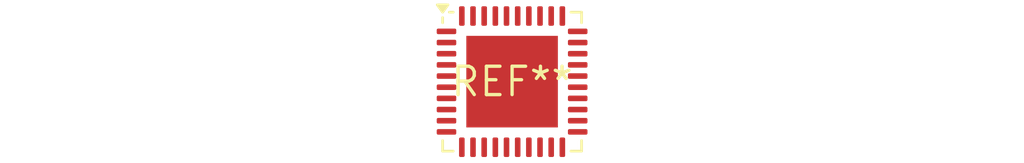
<source format=kicad_pcb>
(kicad_pcb (version 20240108) (generator pcbnew)
  (layers (0 "F.Cu" signal) (31 "B.Cu" signal) (34 "B.Paste" user) (35 "F.Paste" user) (36 "B.SilkS" user "B.Silkscreen") (37 "F.SilkS" user "F.Silkscreen") (38 "B.Mask" user) (39 "F.Mask" user) (44 "Edge.Cuts" user))
  (net 0 "")
  (footprint "HVQFN-40-1EP_6x6mm_P0.5mm_EP4.1x4.1mm" (layer "F.Cu") (at 0 0)
    (property "Reference" "REF**")
    (property "Value" "HVQFN-40-1EP_6x6mm_P0.5mm_EP4.1x4.1mm")
    (fp_line (start -3.11 -2.635) (end -3.11 -2.87) (layer "F.SilkS") (stroke (width 0.12)))
    (fp_line (start -3.11 3.11) (end -3.11 2.635) (layer "F.SilkS") (stroke (width 0.12)))
    (fp_line (start -2.635 -3.11) (end -2.81 -3.11) (layer "F.SilkS") (stroke (width 0.12)))
    (fp_line (start -2.635 3.11) (end -3.11 3.11) (layer "F.SilkS") (stroke (width 0.12)))
    (fp_line (start 2.635 -3.11) (end 3.11 -3.11) (layer "F.SilkS") (stroke (width 0.12)))
    (fp_line (start 2.635 3.11) (end 3.11 3.11) (layer "F.SilkS") (stroke (width 0.12)))
    (fp_line (start 3.11 -3.11) (end 3.11 -2.635) (layer "F.SilkS") (stroke (width 0.12)))
    (fp_line (start 3.11 3.11) (end 3.11 2.635) (layer "F.SilkS") (stroke (width 0.12)))
    (fp_poly (pts (xy -3.11 -3.11) (xy -3.35 -3.44) (xy -2.87 -3.44) (xy -3.11 -3.11)) (layer "F.SilkS") (stroke (width 0.12)) (fill solid))
    (pad "1" smd roundrect (at -2.9375 -2.25) (size 0.875 0.25) (layers "F.Cu" "F.Paste" "F.Mask"))
    (pad "2" smd roundrect (at -2.9375 -1.75) (size 0.875 0.25) (layers "F.Cu" "F.Paste" "F.Mask"))
    (pad "3" smd roundrect (at -2.9375 -1.25) (size 0.875 0.25) (layers "F.Cu" "F.Paste" "F.Mask"))
    (pad "4" smd roundrect (at -2.9375 -0.75) (size 0.875 0.25) (layers "F.Cu" "F.Paste" "F.Mask"))
    (pad "5" smd roundrect (at -2.9375 -0.25) (size 0.875 0.25) (layers "F.Cu" "F.Paste" "F.Mask"))
    (pad "6" smd roundrect (at -2.9375 0.25) (size 0.875 0.25) (layers "F.Cu" "F.Paste" "F.Mask"))
    (pad "7" smd roundrect (at -2.9375 0.75) (size 0.875 0.25) (layers "F.Cu" "F.Paste" "F.Mask"))
    (pad "8" smd roundrect (at -2.9375 1.25) (size 0.875 0.25) (layers "F.Cu" "F.Paste" "F.Mask"))
    (pad "9" smd roundrect (at -2.9375 1.75) (size 0.875 0.25) (layers "F.Cu" "F.Paste" "F.Mask"))
    (pad "10" smd roundrect (at -2.9375 2.25) (size 0.875 0.25) (layers "F.Cu" "F.Paste" "F.Mask"))
    (pad "11" smd roundrect (at -2.25 2.9375) (size 0.25 0.875) (layers "F.Cu" "F.Paste" "F.Mask"))
    (pad "12" smd roundrect (at -1.75 2.9375) (size 0.25 0.875) (layers "F.Cu" "F.Paste" "F.Mask"))
    (pad "13" smd roundrect (at -1.25 2.9375) (size 0.25 0.875) (layers "F.Cu" "F.Paste" "F.Mask"))
    (pad "14" smd roundrect (at -0.75 2.9375) (size 0.25 0.875) (layers "F.Cu" "F.Paste" "F.Mask"))
    (pad "15" smd roundrect (at -0.25 2.9375) (size 0.25 0.875) (layers "F.Cu" "F.Paste" "F.Mask"))
    (pad "16" smd roundrect (at 0.25 2.9375) (size 0.25 0.875) (layers "F.Cu" "F.Paste" "F.Mask"))
    (pad "17" smd roundrect (at 0.75 2.9375) (size 0.25 0.875) (layers "F.Cu" "F.Paste" "F.Mask"))
    (pad "18" smd roundrect (at 1.25 2.9375) (size 0.25 0.875) (layers "F.Cu" "F.Paste" "F.Mask"))
    (pad "19" smd roundrect (at 1.75 2.9375) (size 0.25 0.875) (layers "F.Cu" "F.Paste" "F.Mask"))
    (pad "20" smd roundrect (at 2.25 2.9375) (size 0.25 0.875) (layers "F.Cu" "F.Paste" "F.Mask"))
    (pad "21" smd roundrect (at 2.9375 2.25) (size 0.875 0.25) (layers "F.Cu" "F.Paste" "F.Mask"))
    (pad "22" smd roundrect (at 2.9375 1.75) (size 0.875 0.25) (layers "F.Cu" "F.Paste" "F.Mask"))
    (pad "23" smd roundrect (at 2.9375 1.25) (size 0.875 0.25) (layers "F.Cu" "F.Paste" "F.Mask"))
    (pad "24" smd roundrect (at 2.9375 0.75) (size 0.875 0.25) (layers "F.Cu" "F.Paste" "F.Mask"))
    (pad "25" smd roundrect (at 2.9375 0.25) (size 0.875 0.25) (layers "F.Cu" "F.Paste" "F.Mask"))
    (pad "26" smd roundrect (at 2.9375 -0.25) (size 0.875 0.25) (layers "F.Cu" "F.Paste" "F.Mask"))
    (pad "27" smd roundrect (at 2.9375 -0.75) (size 0.875 0.25) (layers "F.Cu" "F.Paste" "F.Mask"))
    (pad "28" smd roundrect (at 2.9375 -1.25) (size 0.875 0.25) (layers "F.Cu" "F.Paste" "F.Mask"))
    (pad "29" smd roundrect (at 2.9375 -1.75) (size 0.875 0.25) (layers "F.Cu" "F.Paste" "F.Mask"))
    (pad "30" smd roundrect (at 2.9375 -2.25) (size 0.875 0.25) (layers "F.Cu" "F.Paste" "F.Mask"))
    (pad "31" smd roundrect (at 2.25 -2.9375) (size 0.25 0.875) (layers "F.Cu" "F.Paste" "F.Mask"))
    (pad "32" smd roundrect (at 1.75 -2.9375) (size 0.25 0.875) (layers "F.Cu" "F.Paste" "F.Mask"))
    (pad "33" smd roundrect (at 1.25 -2.9375) (size 0.25 0.875) (layers "F.Cu" "F.Paste" "F.Mask"))
    (pad "34" smd roundrect (at 0.75 -2.9375) (size 0.25 0.875) (layers "F.Cu" "F.Paste" "F.Mask"))
    (pad "35" smd roundrect (at 0.25 -2.9375) (size 0.25 0.875) (layers "F.Cu" "F.Paste" "F.Mask"))
    (pad "36" smd roundrect (at -0.25 -2.9375) (size 0.25 0.875) (layers "F.Cu" "F.Paste" "F.Mask"))
    (pad "37" smd roundrect (at -0.75 -2.9375) (size 0.25 0.875) (layers "F.Cu" "F.Paste" "F.Mask"))
    (pad "38" smd roundrect (at -1.25 -2.9375) (size 0.25 0.875) (layers "F.Cu" "F.Paste" "F.Mask"))
    (pad "39" smd roundrect (at -1.75 -2.9375) (size 0.25 0.875) (layers "F.Cu" "F.Paste" "F.Mask"))
    (pad "40" smd roundrect (at -2.25 -2.9375) (size 0.25 0.875) (layers "F.Cu" "F.Paste" "F.Mask"))
    (pad "41" smd rect (at 0 0) (size 4.1 4.1) (property pad_prop_heatsink) (layers "F.Cu" "F.Mask"))
  )
)
</source>
